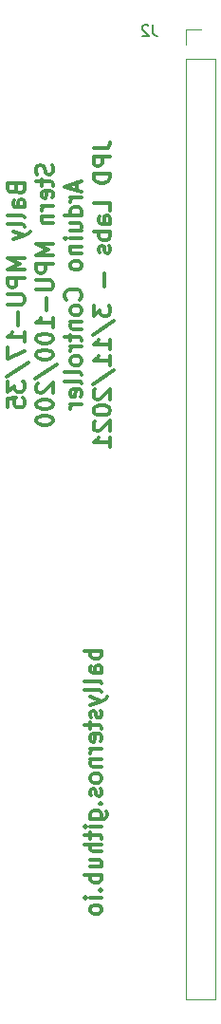
<source format=gbr>
%TF.GenerationSoftware,KiCad,Pcbnew,(5.1.6)-1*%
%TF.CreationDate,2021-03-12T09:15:54-05:00*%
%TF.ProjectId,BallySternArduino,42616c6c-7953-4746-9572-6e4172647569,rev?*%
%TF.SameCoordinates,Original*%
%TF.FileFunction,Legend,Bot*%
%TF.FilePolarity,Positive*%
%FSLAX46Y46*%
G04 Gerber Fmt 4.6, Leading zero omitted, Abs format (unit mm)*
G04 Created by KiCad (PCBNEW (5.1.6)-1) date 2021-03-12 09:15:54*
%MOMM*%
%LPD*%
G01*
G04 APERTURE LIST*
%ADD10C,0.300000*%
%ADD11C,0.120000*%
%ADD12C,0.150000*%
G04 APERTURE END LIST*
D10*
X27309857Y-41462714D02*
X27381285Y-41677000D01*
X27452714Y-41748428D01*
X27595571Y-41819857D01*
X27809857Y-41819857D01*
X27952714Y-41748428D01*
X28024142Y-41677000D01*
X28095571Y-41534142D01*
X28095571Y-40962714D01*
X26595571Y-40962714D01*
X26595571Y-41462714D01*
X26667000Y-41605571D01*
X26738428Y-41677000D01*
X26881285Y-41748428D01*
X27024142Y-41748428D01*
X27167000Y-41677000D01*
X27238428Y-41605571D01*
X27309857Y-41462714D01*
X27309857Y-40962714D01*
X28095571Y-43105571D02*
X27309857Y-43105571D01*
X27167000Y-43034142D01*
X27095571Y-42891285D01*
X27095571Y-42605571D01*
X27167000Y-42462714D01*
X28024142Y-43105571D02*
X28095571Y-42962714D01*
X28095571Y-42605571D01*
X28024142Y-42462714D01*
X27881285Y-42391285D01*
X27738428Y-42391285D01*
X27595571Y-42462714D01*
X27524142Y-42605571D01*
X27524142Y-42962714D01*
X27452714Y-43105571D01*
X28095571Y-44034142D02*
X28024142Y-43891285D01*
X27881285Y-43819857D01*
X26595571Y-43819857D01*
X28095571Y-44819857D02*
X28024142Y-44677000D01*
X27881285Y-44605571D01*
X26595571Y-44605571D01*
X27095571Y-45248428D02*
X28095571Y-45605571D01*
X27095571Y-45962714D02*
X28095571Y-45605571D01*
X28452714Y-45462714D01*
X28524142Y-45391285D01*
X28595571Y-45248428D01*
X28095571Y-47677000D02*
X26595571Y-47677000D01*
X27667000Y-48177000D01*
X26595571Y-48677000D01*
X28095571Y-48677000D01*
X28095571Y-49391285D02*
X26595571Y-49391285D01*
X26595571Y-49962714D01*
X26667000Y-50105571D01*
X26738428Y-50177000D01*
X26881285Y-50248428D01*
X27095571Y-50248428D01*
X27238428Y-50177000D01*
X27309857Y-50105571D01*
X27381285Y-49962714D01*
X27381285Y-49391285D01*
X26595571Y-50891285D02*
X27809857Y-50891285D01*
X27952714Y-50962714D01*
X28024142Y-51034142D01*
X28095571Y-51177000D01*
X28095571Y-51462714D01*
X28024142Y-51605571D01*
X27952714Y-51677000D01*
X27809857Y-51748428D01*
X26595571Y-51748428D01*
X27524142Y-52462714D02*
X27524142Y-53605571D01*
X28095571Y-55105571D02*
X28095571Y-54248428D01*
X28095571Y-54677000D02*
X26595571Y-54677000D01*
X26809857Y-54534142D01*
X26952714Y-54391285D01*
X27024142Y-54248428D01*
X26595571Y-55605571D02*
X26595571Y-56605571D01*
X28095571Y-55962714D01*
X26524142Y-58248428D02*
X28452714Y-56962714D01*
X26595571Y-58605571D02*
X26595571Y-59534142D01*
X27167000Y-59034142D01*
X27167000Y-59248428D01*
X27238428Y-59391285D01*
X27309857Y-59462714D01*
X27452714Y-59534142D01*
X27809857Y-59534142D01*
X27952714Y-59462714D01*
X28024142Y-59391285D01*
X28095571Y-59248428D01*
X28095571Y-58819857D01*
X28024142Y-58677000D01*
X27952714Y-58605571D01*
X26595571Y-60891285D02*
X26595571Y-60177000D01*
X27309857Y-60105571D01*
X27238428Y-60177000D01*
X27167000Y-60319857D01*
X27167000Y-60677000D01*
X27238428Y-60819857D01*
X27309857Y-60891285D01*
X27452714Y-60962714D01*
X27809857Y-60962714D01*
X27952714Y-60891285D01*
X28024142Y-60819857D01*
X28095571Y-60677000D01*
X28095571Y-60319857D01*
X28024142Y-60177000D01*
X27952714Y-60105571D01*
X30574142Y-39319857D02*
X30645571Y-39534142D01*
X30645571Y-39891285D01*
X30574142Y-40034142D01*
X30502714Y-40105571D01*
X30359857Y-40177000D01*
X30217000Y-40177000D01*
X30074142Y-40105571D01*
X30002714Y-40034142D01*
X29931285Y-39891285D01*
X29859857Y-39605571D01*
X29788428Y-39462714D01*
X29717000Y-39391285D01*
X29574142Y-39319857D01*
X29431285Y-39319857D01*
X29288428Y-39391285D01*
X29217000Y-39462714D01*
X29145571Y-39605571D01*
X29145571Y-39962714D01*
X29217000Y-40177000D01*
X29645571Y-40605571D02*
X29645571Y-41177000D01*
X29145571Y-40819857D02*
X30431285Y-40819857D01*
X30574142Y-40891285D01*
X30645571Y-41034142D01*
X30645571Y-41177000D01*
X30574142Y-42248428D02*
X30645571Y-42105571D01*
X30645571Y-41819857D01*
X30574142Y-41677000D01*
X30431285Y-41605571D01*
X29859857Y-41605571D01*
X29717000Y-41677000D01*
X29645571Y-41819857D01*
X29645571Y-42105571D01*
X29717000Y-42248428D01*
X29859857Y-42319857D01*
X30002714Y-42319857D01*
X30145571Y-41605571D01*
X30645571Y-42962714D02*
X29645571Y-42962714D01*
X29931285Y-42962714D02*
X29788428Y-43034142D01*
X29717000Y-43105571D01*
X29645571Y-43248428D01*
X29645571Y-43391285D01*
X29645571Y-43891285D02*
X30645571Y-43891285D01*
X29788428Y-43891285D02*
X29717000Y-43962714D01*
X29645571Y-44105571D01*
X29645571Y-44319857D01*
X29717000Y-44462714D01*
X29859857Y-44534142D01*
X30645571Y-44534142D01*
X30645571Y-46391285D02*
X29145571Y-46391285D01*
X30217000Y-46891285D01*
X29145571Y-47391285D01*
X30645571Y-47391285D01*
X30645571Y-48105571D02*
X29145571Y-48105571D01*
X29145571Y-48677000D01*
X29217000Y-48819857D01*
X29288428Y-48891285D01*
X29431285Y-48962714D01*
X29645571Y-48962714D01*
X29788428Y-48891285D01*
X29859857Y-48819857D01*
X29931285Y-48677000D01*
X29931285Y-48105571D01*
X29145571Y-49605571D02*
X30359857Y-49605571D01*
X30502714Y-49677000D01*
X30574142Y-49748428D01*
X30645571Y-49891285D01*
X30645571Y-50177000D01*
X30574142Y-50319857D01*
X30502714Y-50391285D01*
X30359857Y-50462714D01*
X29145571Y-50462714D01*
X30074142Y-51177000D02*
X30074142Y-52319857D01*
X30645571Y-53819857D02*
X30645571Y-52962714D01*
X30645571Y-53391285D02*
X29145571Y-53391285D01*
X29359857Y-53248428D01*
X29502714Y-53105571D01*
X29574142Y-52962714D01*
X29145571Y-54748428D02*
X29145571Y-54891285D01*
X29217000Y-55034142D01*
X29288428Y-55105571D01*
X29431285Y-55177000D01*
X29717000Y-55248428D01*
X30074142Y-55248428D01*
X30359857Y-55177000D01*
X30502714Y-55105571D01*
X30574142Y-55034142D01*
X30645571Y-54891285D01*
X30645571Y-54748428D01*
X30574142Y-54605571D01*
X30502714Y-54534142D01*
X30359857Y-54462714D01*
X30074142Y-54391285D01*
X29717000Y-54391285D01*
X29431285Y-54462714D01*
X29288428Y-54534142D01*
X29217000Y-54605571D01*
X29145571Y-54748428D01*
X29145571Y-56177000D02*
X29145571Y-56319857D01*
X29217000Y-56462714D01*
X29288428Y-56534142D01*
X29431285Y-56605571D01*
X29717000Y-56677000D01*
X30074142Y-56677000D01*
X30359857Y-56605571D01*
X30502714Y-56534142D01*
X30574142Y-56462714D01*
X30645571Y-56319857D01*
X30645571Y-56177000D01*
X30574142Y-56034142D01*
X30502714Y-55962714D01*
X30359857Y-55891285D01*
X30074142Y-55819857D01*
X29717000Y-55819857D01*
X29431285Y-55891285D01*
X29288428Y-55962714D01*
X29217000Y-56034142D01*
X29145571Y-56177000D01*
X29074142Y-58391285D02*
X31002714Y-57105571D01*
X29288428Y-58819857D02*
X29217000Y-58891285D01*
X29145571Y-59034142D01*
X29145571Y-59391285D01*
X29217000Y-59534142D01*
X29288428Y-59605571D01*
X29431285Y-59677000D01*
X29574142Y-59677000D01*
X29788428Y-59605571D01*
X30645571Y-58748428D01*
X30645571Y-59677000D01*
X29145571Y-60605571D02*
X29145571Y-60748428D01*
X29217000Y-60891285D01*
X29288428Y-60962714D01*
X29431285Y-61034142D01*
X29717000Y-61105571D01*
X30074142Y-61105571D01*
X30359857Y-61034142D01*
X30502714Y-60962714D01*
X30574142Y-60891285D01*
X30645571Y-60748428D01*
X30645571Y-60605571D01*
X30574142Y-60462714D01*
X30502714Y-60391285D01*
X30359857Y-60319857D01*
X30074142Y-60248428D01*
X29717000Y-60248428D01*
X29431285Y-60319857D01*
X29288428Y-60391285D01*
X29217000Y-60462714D01*
X29145571Y-60605571D01*
X29145571Y-62034142D02*
X29145571Y-62177000D01*
X29217000Y-62319857D01*
X29288428Y-62391285D01*
X29431285Y-62462714D01*
X29717000Y-62534142D01*
X30074142Y-62534142D01*
X30359857Y-62462714D01*
X30502714Y-62391285D01*
X30574142Y-62319857D01*
X30645571Y-62177000D01*
X30645571Y-62034142D01*
X30574142Y-61891285D01*
X30502714Y-61819857D01*
X30359857Y-61748428D01*
X30074142Y-61677000D01*
X29717000Y-61677000D01*
X29431285Y-61748428D01*
X29288428Y-61819857D01*
X29217000Y-61891285D01*
X29145571Y-62034142D01*
X32767000Y-40891285D02*
X32767000Y-41605571D01*
X33195571Y-40748428D02*
X31695571Y-41248428D01*
X33195571Y-41748428D01*
X33195571Y-42248428D02*
X32195571Y-42248428D01*
X32481285Y-42248428D02*
X32338428Y-42319857D01*
X32267000Y-42391285D01*
X32195571Y-42534142D01*
X32195571Y-42677000D01*
X33195571Y-43819857D02*
X31695571Y-43819857D01*
X33124142Y-43819857D02*
X33195571Y-43677000D01*
X33195571Y-43391285D01*
X33124142Y-43248428D01*
X33052714Y-43177000D01*
X32909857Y-43105571D01*
X32481285Y-43105571D01*
X32338428Y-43177000D01*
X32267000Y-43248428D01*
X32195571Y-43391285D01*
X32195571Y-43677000D01*
X32267000Y-43819857D01*
X32195571Y-45177000D02*
X33195571Y-45177000D01*
X32195571Y-44534142D02*
X32981285Y-44534142D01*
X33124142Y-44605571D01*
X33195571Y-44748428D01*
X33195571Y-44962714D01*
X33124142Y-45105571D01*
X33052714Y-45177000D01*
X33195571Y-45891285D02*
X32195571Y-45891285D01*
X31695571Y-45891285D02*
X31767000Y-45819857D01*
X31838428Y-45891285D01*
X31767000Y-45962714D01*
X31695571Y-45891285D01*
X31838428Y-45891285D01*
X32195571Y-46605571D02*
X33195571Y-46605571D01*
X32338428Y-46605571D02*
X32267000Y-46677000D01*
X32195571Y-46819857D01*
X32195571Y-47034142D01*
X32267000Y-47177000D01*
X32409857Y-47248428D01*
X33195571Y-47248428D01*
X33195571Y-48177000D02*
X33124142Y-48034142D01*
X33052714Y-47962714D01*
X32909857Y-47891285D01*
X32481285Y-47891285D01*
X32338428Y-47962714D01*
X32267000Y-48034142D01*
X32195571Y-48177000D01*
X32195571Y-48391285D01*
X32267000Y-48534142D01*
X32338428Y-48605571D01*
X32481285Y-48677000D01*
X32909857Y-48677000D01*
X33052714Y-48605571D01*
X33124142Y-48534142D01*
X33195571Y-48391285D01*
X33195571Y-48177000D01*
X33052714Y-51319857D02*
X33124142Y-51248428D01*
X33195571Y-51034142D01*
X33195571Y-50891285D01*
X33124142Y-50677000D01*
X32981285Y-50534142D01*
X32838428Y-50462714D01*
X32552714Y-50391285D01*
X32338428Y-50391285D01*
X32052714Y-50462714D01*
X31909857Y-50534142D01*
X31767000Y-50677000D01*
X31695571Y-50891285D01*
X31695571Y-51034142D01*
X31767000Y-51248428D01*
X31838428Y-51319857D01*
X33195571Y-52177000D02*
X33124142Y-52034142D01*
X33052714Y-51962714D01*
X32909857Y-51891285D01*
X32481285Y-51891285D01*
X32338428Y-51962714D01*
X32267000Y-52034142D01*
X32195571Y-52177000D01*
X32195571Y-52391285D01*
X32267000Y-52534142D01*
X32338428Y-52605571D01*
X32481285Y-52677000D01*
X32909857Y-52677000D01*
X33052714Y-52605571D01*
X33124142Y-52534142D01*
X33195571Y-52391285D01*
X33195571Y-52177000D01*
X32195571Y-53319857D02*
X33195571Y-53319857D01*
X32338428Y-53319857D02*
X32267000Y-53391285D01*
X32195571Y-53534142D01*
X32195571Y-53748428D01*
X32267000Y-53891285D01*
X32409857Y-53962714D01*
X33195571Y-53962714D01*
X32195571Y-54462714D02*
X32195571Y-55034142D01*
X31695571Y-54677000D02*
X32981285Y-54677000D01*
X33124142Y-54748428D01*
X33195571Y-54891285D01*
X33195571Y-55034142D01*
X33195571Y-55534142D02*
X32195571Y-55534142D01*
X32481285Y-55534142D02*
X32338428Y-55605571D01*
X32267000Y-55677000D01*
X32195571Y-55819857D01*
X32195571Y-55962714D01*
X33195571Y-56677000D02*
X33124142Y-56534142D01*
X33052714Y-56462714D01*
X32909857Y-56391285D01*
X32481285Y-56391285D01*
X32338428Y-56462714D01*
X32267000Y-56534142D01*
X32195571Y-56677000D01*
X32195571Y-56891285D01*
X32267000Y-57034142D01*
X32338428Y-57105571D01*
X32481285Y-57177000D01*
X32909857Y-57177000D01*
X33052714Y-57105571D01*
X33124142Y-57034142D01*
X33195571Y-56891285D01*
X33195571Y-56677000D01*
X33195571Y-58034142D02*
X33124142Y-57891285D01*
X32981285Y-57819857D01*
X31695571Y-57819857D01*
X33195571Y-58819857D02*
X33124142Y-58677000D01*
X32981285Y-58605571D01*
X31695571Y-58605571D01*
X33124142Y-59962714D02*
X33195571Y-59819857D01*
X33195571Y-59534142D01*
X33124142Y-59391285D01*
X32981285Y-59319857D01*
X32409857Y-59319857D01*
X32267000Y-59391285D01*
X32195571Y-59534142D01*
X32195571Y-59819857D01*
X32267000Y-59962714D01*
X32409857Y-60034142D01*
X32552714Y-60034142D01*
X32695571Y-59319857D01*
X33195571Y-60677000D02*
X32195571Y-60677000D01*
X32481285Y-60677000D02*
X32338428Y-60748428D01*
X32267000Y-60819857D01*
X32195571Y-60962714D01*
X32195571Y-61105571D01*
X34245571Y-37855571D02*
X35317000Y-37855571D01*
X35531285Y-37784142D01*
X35674142Y-37641285D01*
X35745571Y-37427000D01*
X35745571Y-37284142D01*
X35745571Y-38569857D02*
X34245571Y-38569857D01*
X34245571Y-39141285D01*
X34317000Y-39284142D01*
X34388428Y-39355571D01*
X34531285Y-39427000D01*
X34745571Y-39427000D01*
X34888428Y-39355571D01*
X34959857Y-39284142D01*
X35031285Y-39141285D01*
X35031285Y-38569857D01*
X35745571Y-40069857D02*
X34245571Y-40069857D01*
X34245571Y-40427000D01*
X34317000Y-40641285D01*
X34459857Y-40784142D01*
X34602714Y-40855571D01*
X34888428Y-40927000D01*
X35102714Y-40927000D01*
X35388428Y-40855571D01*
X35531285Y-40784142D01*
X35674142Y-40641285D01*
X35745571Y-40427000D01*
X35745571Y-40069857D01*
X35745571Y-43427000D02*
X35745571Y-42712714D01*
X34245571Y-42712714D01*
X35745571Y-44569857D02*
X34959857Y-44569857D01*
X34817000Y-44498428D01*
X34745571Y-44355571D01*
X34745571Y-44069857D01*
X34817000Y-43927000D01*
X35674142Y-44569857D02*
X35745571Y-44427000D01*
X35745571Y-44069857D01*
X35674142Y-43927000D01*
X35531285Y-43855571D01*
X35388428Y-43855571D01*
X35245571Y-43927000D01*
X35174142Y-44069857D01*
X35174142Y-44427000D01*
X35102714Y-44569857D01*
X35745571Y-45284142D02*
X34245571Y-45284142D01*
X34817000Y-45284142D02*
X34745571Y-45427000D01*
X34745571Y-45712714D01*
X34817000Y-45855571D01*
X34888428Y-45927000D01*
X35031285Y-45998428D01*
X35459857Y-45998428D01*
X35602714Y-45927000D01*
X35674142Y-45855571D01*
X35745571Y-45712714D01*
X35745571Y-45427000D01*
X35674142Y-45284142D01*
X35674142Y-46569857D02*
X35745571Y-46712714D01*
X35745571Y-46998428D01*
X35674142Y-47141285D01*
X35531285Y-47212714D01*
X35459857Y-47212714D01*
X35317000Y-47141285D01*
X35245571Y-46998428D01*
X35245571Y-46784142D01*
X35174142Y-46641285D01*
X35031285Y-46569857D01*
X34959857Y-46569857D01*
X34817000Y-46641285D01*
X34745571Y-46784142D01*
X34745571Y-46998428D01*
X34817000Y-47141285D01*
X35174142Y-48998428D02*
X35174142Y-50141285D01*
X34245571Y-51855571D02*
X34245571Y-52784142D01*
X34817000Y-52284142D01*
X34817000Y-52498428D01*
X34888428Y-52641285D01*
X34959857Y-52712714D01*
X35102714Y-52784142D01*
X35459857Y-52784142D01*
X35602714Y-52712714D01*
X35674142Y-52641285D01*
X35745571Y-52498428D01*
X35745571Y-52069857D01*
X35674142Y-51926999D01*
X35602714Y-51855571D01*
X34174142Y-54498428D02*
X36102714Y-53212714D01*
X35745571Y-55784142D02*
X35745571Y-54926999D01*
X35745571Y-55355571D02*
X34245571Y-55355571D01*
X34459857Y-55212714D01*
X34602714Y-55069857D01*
X34674142Y-54926999D01*
X35745571Y-57212714D02*
X35745571Y-56355571D01*
X35745571Y-56784142D02*
X34245571Y-56784142D01*
X34459857Y-56641285D01*
X34602714Y-56498428D01*
X34674142Y-56355571D01*
X34174142Y-58926999D02*
X36102714Y-57641285D01*
X34388428Y-59355571D02*
X34317000Y-59426999D01*
X34245571Y-59569857D01*
X34245571Y-59926999D01*
X34317000Y-60069857D01*
X34388428Y-60141285D01*
X34531285Y-60212714D01*
X34674142Y-60212714D01*
X34888428Y-60141285D01*
X35745571Y-59284142D01*
X35745571Y-60212714D01*
X34245571Y-61141285D02*
X34245571Y-61284142D01*
X34317000Y-61426999D01*
X34388428Y-61498428D01*
X34531285Y-61569857D01*
X34817000Y-61641285D01*
X35174142Y-61641285D01*
X35459857Y-61569857D01*
X35602714Y-61498428D01*
X35674142Y-61426999D01*
X35745571Y-61284142D01*
X35745571Y-61141285D01*
X35674142Y-60998428D01*
X35602714Y-60926999D01*
X35459857Y-60855571D01*
X35174142Y-60784142D01*
X34817000Y-60784142D01*
X34531285Y-60855571D01*
X34388428Y-60926999D01*
X34317000Y-60998428D01*
X34245571Y-61141285D01*
X34388428Y-62212714D02*
X34317000Y-62284142D01*
X34245571Y-62426999D01*
X34245571Y-62784142D01*
X34317000Y-62926999D01*
X34388428Y-62998428D01*
X34531285Y-63069857D01*
X34674142Y-63069857D01*
X34888428Y-62998428D01*
X35745571Y-62141285D01*
X35745571Y-63069857D01*
X35745571Y-64498428D02*
X35745571Y-63641285D01*
X35745571Y-64069857D02*
X34245571Y-64069857D01*
X34459857Y-63926999D01*
X34602714Y-63784142D01*
X34674142Y-63641285D01*
X34968571Y-82646714D02*
X33468571Y-82646714D01*
X34040000Y-82646714D02*
X33968571Y-82789571D01*
X33968571Y-83075285D01*
X34040000Y-83218142D01*
X34111428Y-83289571D01*
X34254285Y-83361000D01*
X34682857Y-83361000D01*
X34825714Y-83289571D01*
X34897142Y-83218142D01*
X34968571Y-83075285D01*
X34968571Y-82789571D01*
X34897142Y-82646714D01*
X34968571Y-84646714D02*
X34182857Y-84646714D01*
X34040000Y-84575285D01*
X33968571Y-84432428D01*
X33968571Y-84146714D01*
X34040000Y-84003857D01*
X34897142Y-84646714D02*
X34968571Y-84503857D01*
X34968571Y-84146714D01*
X34897142Y-84003857D01*
X34754285Y-83932428D01*
X34611428Y-83932428D01*
X34468571Y-84003857D01*
X34397142Y-84146714D01*
X34397142Y-84503857D01*
X34325714Y-84646714D01*
X34968571Y-85575285D02*
X34897142Y-85432428D01*
X34754285Y-85361000D01*
X33468571Y-85361000D01*
X34968571Y-86361000D02*
X34897142Y-86218142D01*
X34754285Y-86146714D01*
X33468571Y-86146714D01*
X33968571Y-86789571D02*
X34968571Y-87146714D01*
X33968571Y-87503857D02*
X34968571Y-87146714D01*
X35325714Y-87003857D01*
X35397142Y-86932428D01*
X35468571Y-86789571D01*
X34897142Y-88003857D02*
X34968571Y-88146714D01*
X34968571Y-88432428D01*
X34897142Y-88575285D01*
X34754285Y-88646714D01*
X34682857Y-88646714D01*
X34540000Y-88575285D01*
X34468571Y-88432428D01*
X34468571Y-88218142D01*
X34397142Y-88075285D01*
X34254285Y-88003857D01*
X34182857Y-88003857D01*
X34040000Y-88075285D01*
X33968571Y-88218142D01*
X33968571Y-88432428D01*
X34040000Y-88575285D01*
X33968571Y-89075285D02*
X33968571Y-89646714D01*
X33468571Y-89289571D02*
X34754285Y-89289571D01*
X34897142Y-89361000D01*
X34968571Y-89503857D01*
X34968571Y-89646714D01*
X34897142Y-90718142D02*
X34968571Y-90575285D01*
X34968571Y-90289571D01*
X34897142Y-90146714D01*
X34754285Y-90075285D01*
X34182857Y-90075285D01*
X34040000Y-90146714D01*
X33968571Y-90289571D01*
X33968571Y-90575285D01*
X34040000Y-90718142D01*
X34182857Y-90789571D01*
X34325714Y-90789571D01*
X34468571Y-90075285D01*
X34968571Y-91432428D02*
X33968571Y-91432428D01*
X34254285Y-91432428D02*
X34111428Y-91503857D01*
X34040000Y-91575285D01*
X33968571Y-91718142D01*
X33968571Y-91861000D01*
X33968571Y-92361000D02*
X34968571Y-92361000D01*
X34111428Y-92361000D02*
X34040000Y-92432428D01*
X33968571Y-92575285D01*
X33968571Y-92789571D01*
X34040000Y-92932428D01*
X34182857Y-93003857D01*
X34968571Y-93003857D01*
X34968571Y-93932428D02*
X34897142Y-93789571D01*
X34825714Y-93718142D01*
X34682857Y-93646714D01*
X34254285Y-93646714D01*
X34111428Y-93718142D01*
X34040000Y-93789571D01*
X33968571Y-93932428D01*
X33968571Y-94146714D01*
X34040000Y-94289571D01*
X34111428Y-94361000D01*
X34254285Y-94432428D01*
X34682857Y-94432428D01*
X34825714Y-94361000D01*
X34897142Y-94289571D01*
X34968571Y-94146714D01*
X34968571Y-93932428D01*
X34897142Y-95003857D02*
X34968571Y-95146714D01*
X34968571Y-95432428D01*
X34897142Y-95575285D01*
X34754285Y-95646714D01*
X34682857Y-95646714D01*
X34540000Y-95575285D01*
X34468571Y-95432428D01*
X34468571Y-95218142D01*
X34397142Y-95075285D01*
X34254285Y-95003857D01*
X34182857Y-95003857D01*
X34040000Y-95075285D01*
X33968571Y-95218142D01*
X33968571Y-95432428D01*
X34040000Y-95575285D01*
X34825714Y-96289571D02*
X34897142Y-96361000D01*
X34968571Y-96289571D01*
X34897142Y-96218142D01*
X34825714Y-96289571D01*
X34968571Y-96289571D01*
X33968571Y-97646714D02*
X35182857Y-97646714D01*
X35325714Y-97575285D01*
X35397142Y-97503857D01*
X35468571Y-97361000D01*
X35468571Y-97146714D01*
X35397142Y-97003857D01*
X34897142Y-97646714D02*
X34968571Y-97503857D01*
X34968571Y-97218142D01*
X34897142Y-97075285D01*
X34825714Y-97003857D01*
X34682857Y-96932428D01*
X34254285Y-96932428D01*
X34111428Y-97003857D01*
X34040000Y-97075285D01*
X33968571Y-97218142D01*
X33968571Y-97503857D01*
X34040000Y-97646714D01*
X34968571Y-98361000D02*
X33968571Y-98361000D01*
X33468571Y-98361000D02*
X33540000Y-98289571D01*
X33611428Y-98361000D01*
X33540000Y-98432428D01*
X33468571Y-98361000D01*
X33611428Y-98361000D01*
X33968571Y-98861000D02*
X33968571Y-99432428D01*
X33468571Y-99075285D02*
X34754285Y-99075285D01*
X34897142Y-99146714D01*
X34968571Y-99289571D01*
X34968571Y-99432428D01*
X34968571Y-99932428D02*
X33468571Y-99932428D01*
X34968571Y-100575285D02*
X34182857Y-100575285D01*
X34040000Y-100503857D01*
X33968571Y-100361000D01*
X33968571Y-100146714D01*
X34040000Y-100003857D01*
X34111428Y-99932428D01*
X33968571Y-101932428D02*
X34968571Y-101932428D01*
X33968571Y-101289571D02*
X34754285Y-101289571D01*
X34897142Y-101361000D01*
X34968571Y-101503857D01*
X34968571Y-101718142D01*
X34897142Y-101861000D01*
X34825714Y-101932428D01*
X34968571Y-102646714D02*
X33468571Y-102646714D01*
X34040000Y-102646714D02*
X33968571Y-102789571D01*
X33968571Y-103075285D01*
X34040000Y-103218142D01*
X34111428Y-103289571D01*
X34254285Y-103361000D01*
X34682857Y-103361000D01*
X34825714Y-103289571D01*
X34897142Y-103218142D01*
X34968571Y-103075285D01*
X34968571Y-102789571D01*
X34897142Y-102646714D01*
X34825714Y-104003857D02*
X34897142Y-104075285D01*
X34968571Y-104003857D01*
X34897142Y-103932428D01*
X34825714Y-104003857D01*
X34968571Y-104003857D01*
X34968571Y-104718142D02*
X33968571Y-104718142D01*
X33468571Y-104718142D02*
X33540000Y-104646714D01*
X33611428Y-104718142D01*
X33540000Y-104789571D01*
X33468571Y-104718142D01*
X33611428Y-104718142D01*
X34968571Y-105646714D02*
X34897142Y-105503857D01*
X34825714Y-105432428D01*
X34682857Y-105361000D01*
X34254285Y-105361000D01*
X34111428Y-105432428D01*
X34040000Y-105503857D01*
X33968571Y-105646714D01*
X33968571Y-105861000D01*
X34040000Y-106003857D01*
X34111428Y-106075285D01*
X34254285Y-106146714D01*
X34682857Y-106146714D01*
X34825714Y-106075285D01*
X34897142Y-106003857D01*
X34968571Y-105861000D01*
X34968571Y-105646714D01*
D11*
%TO.C,J2*%
X43815000Y-27245000D02*
X42485000Y-27245000D01*
X42485000Y-27245000D02*
X42485000Y-28575000D01*
X42485000Y-29845000D02*
X42485000Y-113725000D01*
X45145000Y-113725000D02*
X42485000Y-113725000D01*
X45145000Y-29845000D02*
X45145000Y-113725000D01*
X45145000Y-29845000D02*
X42485000Y-29845000D01*
D12*
X39576333Y-26820880D02*
X39576333Y-27535166D01*
X39623952Y-27678023D01*
X39719190Y-27773261D01*
X39862047Y-27820880D01*
X39957285Y-27820880D01*
X39147761Y-26916119D02*
X39100142Y-26868500D01*
X39004904Y-26820880D01*
X38766809Y-26820880D01*
X38671571Y-26868500D01*
X38623952Y-26916119D01*
X38576333Y-27011357D01*
X38576333Y-27106595D01*
X38623952Y-27249452D01*
X39195380Y-27820880D01*
X38576333Y-27820880D01*
%TD*%
M02*

</source>
